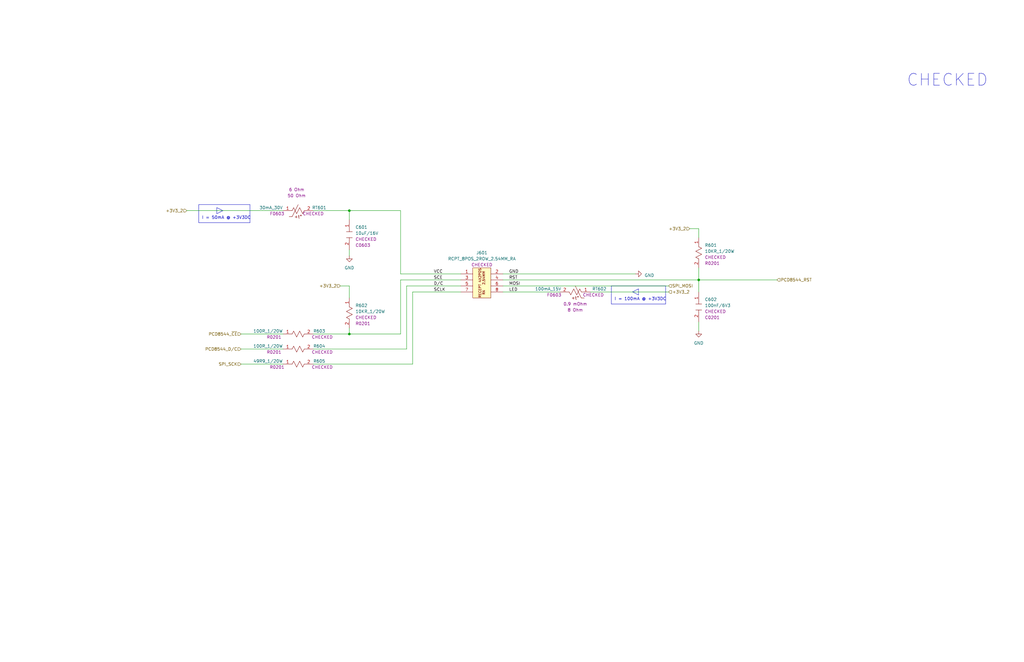
<source format=kicad_sch>
(kicad_sch (version 20230121) (generator eeschema)
  (paper "B")
  (title_block (title "Hot Plate") (date "09/15/2023") (rev "v1.0") (company "Mend0z0") (comment 1 "v1") (comment 3 "Siavash Taher Parvar") (comment 8 "N/A"))
  (lib_symbols
    (symbol "_SCHLIB_HotPlate:CAP_100nF/6V3_C0201"
      (property "Reference" "C" (at 2.54 5.08 0))
      (property "Value" "100nF{slash}6V3" (at 2.54 7.62 0))
      (property "SCH CHECK" "CHECKED" (at 2.54 22.86 0))
      (property "Package" "C0201" (at 2.54 25.4 0))
      (symbol "CAP_100nF/6V3_C0201_0_0"
        (polyline (pts (xy 5.08 1.27) (xy 5.08 -1.27)))
        (polyline (pts (xy 7.62 1.27) (xy 7.62 -1.27)))
      )
      (symbol "CAP_100nF/6V3_C0201_1_1"
        (pin passive line (at 0 0 0) (length 5.08) (name "") (number "1"))
        (pin passive line (at 12.7 0 180) (length 5.08) (name "") (number "2"))
      )
    )
    (symbol "_SCHLIB_HotPlate:CAP_10uF/16V-C0603"
      (property "Reference" "C" (at 2.54 3.81 0))
      (property "Value" "10uF{slash}16V" (at 2.54 6.35 0))
      (property "SCH CHECK" "CHECKED" (at 2.54 21.59 0))
      (property "Package" "C0603" (at 2.54 24.13 0))
      (symbol "CAP_10uF/16V-C0603_0_0"
        (polyline (pts (xy 5.08 1.27) (xy 5.08 -1.27)))
        (polyline (pts (xy 7.62 1.27) (xy 7.62 -1.27)))
      )
      (symbol "CAP_10uF/16V-C0603_1_1"
        (pin passive line (at 0 0 0) (length 5.08) (name "") (number "1"))
        (pin passive line (at 12.7 0 180) (length 5.08) (name "") (number "2"))
      )
    )
    (symbol "_SCHLIB_HotPlate:CONN_RCPT_8POS_2ROW_2.54MM_RA"
      (property "Reference" "J" (at 2.54 2.54 0))
      (property "Value" "RCPT_8POS_2ROW_2.54MM_RA" (at 2.54 5.08 0))
      (property "SCH CHECK" "CHECKED" (at 2.54 20.32 0))
      (symbol "CONN_RCPT_8POS_2ROW_2.54MM_RA_0_1"
        (rectangle (start 0 0) (end 7.62 -12.7) (fill (type background)))
        (text "RECEPT 4X2POS\nRA   2.54MM" (at 3.81 -6.35 900) (effects (font (size 1.016 1.016))))
      )
      (symbol "CONN_RCPT_8POS_2ROW_2.54MM_RA_1_1"
        (pin passive line (at -5.08 -2.54 0) (length 5.08) (name "") (number "1"))
        (pin passive line (at 12.7 -2.54 180) (length 5.08) (name "") (number "2"))
        (pin passive line (at -5.08 -5.08 0) (length 5.08) (name "") (number "3"))
        (pin passive line (at 12.7 -5.08 180) (length 5.08) (name "") (number "4"))
        (pin passive line (at -5.08 -7.62 0) (length 5.08) (name "") (number "5"))
        (pin passive line (at 12.7 -7.62 180) (length 5.08) (name "") (number "6"))
        (pin passive line (at -5.08 -10.16 0) (length 5.08) (name "") (number "7"))
        (pin passive line (at 12.7 -10.16 180) (length 5.08) (name "") (number "8"))
      )
    )
    (symbol "_SCHLIB_HotPlate:PTC_0ZCM0003FF2G_F0603"
      (property "Reference" "RT" (at 2.54 3.81 0))
      (property "Value" "30mA_30V" (at 2.54 6.35 0))
      (property "SCH CHECK" "CHECKED" (at 2.54 21.59 0))
      (property "Init resistance" "6 Ohm" (at 2.54 26.67 0))
      (property "Post trip resistance" "50 Ohm" (at 2.54 29.21 0))
      (property "Package" "F0603" (at 2.54 24.13 0))
      (symbol "PTC_0ZCM0003FF2G_F0603_0_0"
        (polyline (pts (xy 3.81 0) (xy 4.445 1.27) (xy 5.715 -1.27) (xy 6.985 1.27) (xy 8.255 -1.27) (xy 8.89 0)))
      )
      (symbol "PTC_0ZCM0003FF2G_F0603_0_1"
        (polyline (pts (xy 3.81 -2.54) (xy 2.54 -2.54)))
        (polyline (pts (xy 3.81 -2.54) (xy 6.35 2.54)))
        (text "+t°" (at 6.35 -2.54 0) (effects (font (size 1.27 1.27))))
      )
      (symbol "PTC_0ZCM0003FF2G_F0603_1_1"
        (pin passive line (at 0 0 0) (length 3.81) (name "") (number "1"))
        (pin passive line (at 12.7 0 180) (length 3.81) (name "") (number "2"))
      )
    )
    (symbol "_SCHLIB_HotPlate:PTC_0ZCM0010FF2G_F0603"
      (property "Reference" "RT" (at 2.54 3.81 0))
      (property "Value" "100mA_15V" (at 2.54 6.35 0))
      (property "SCH CHECK" "CHECKED" (at 2.54 21.59 0))
      (property "Init resistance" "0.9 mOhm" (at 2.54 26.67 0))
      (property "Post trip resistance" "8 Ohm" (at 2.54 29.21 0))
      (property "Package" "F0603" (at 2.54 24.13 0))
      (symbol "PTC_0ZCM0010FF2G_F0603_0_0"
        (polyline (pts (xy 3.81 0) (xy 4.445 1.27) (xy 5.715 -1.27) (xy 6.985 1.27) (xy 8.255 -1.27) (xy 8.89 0)))
      )
      (symbol "PTC_0ZCM0010FF2G_F0603_0_1"
        (polyline (pts (xy 3.81 -2.54) (xy 2.54 -2.54)))
        (polyline (pts (xy 3.81 -2.54) (xy 6.35 2.54)))
        (text "+t°" (at 6.35 -2.54 0) (effects (font (size 1.27 1.27))))
      )
      (symbol "PTC_0ZCM0010FF2G_F0603_1_1"
        (pin passive line (at 0 0 0) (length 3.81) (name "") (number "1"))
        (pin passive line (at 12.7 0 180) (length 3.81) (name "") (number "2"))
      )
    )
    (symbol "_SCHLIB_HotPlate:RES_100R_1/20W-R0201"
      (property "Reference" "R" (at 2.54 3.81 0))
      (property "Value" "100R_1{slash}20W" (at 2.54 6.35 0))
      (property "SCH CHECK" "CHECKED" (at 2.54 21.59 0))
      (property "Package" "R0201" (at 2.54 24.13 0))
      (symbol "RES_100R_1/20W-R0201_0_0"
        (polyline (pts (xy 3.81 0) (xy 4.445 1.27) (xy 5.715 -1.27) (xy 6.985 1.27) (xy 8.255 -1.27) (xy 8.89 0)))
      )
      (symbol "RES_100R_1/20W-R0201_1_1"
        (pin passive line (at 0 0 0) (length 3.81) (name "") (number "1"))
        (pin passive line (at 12.7 0 180) (length 3.81) (name "") (number "2"))
      )
    )
    (symbol "_SCHLIB_HotPlate:RES_10KR_1/20W-R0201"
      (property "Reference" "R" (at 2.54 5.08 0))
      (property "Value" "10KR_1{slash}20W" (at 2.54 7.62 0))
      (property "SCH CHECK" "CHECKED" (at 2.54 22.86 0))
      (property "Package" "R0201" (at 2.54 25.4 0))
      (symbol "RES_10KR_1/20W-R0201_0_0"
        (polyline (pts (xy 3.81 0) (xy 4.445 1.27) (xy 5.715 -1.27) (xy 6.985 1.27) (xy 8.255 -1.27) (xy 8.89 0)))
      )
      (symbol "RES_10KR_1/20W-R0201_1_1"
        (pin passive line (at 0 0 0) (length 3.81) (name "") (number "1"))
        (pin passive line (at 12.7 0 180) (length 3.81) (name "") (number "2"))
      )
    )
    (symbol "_SCHLIB_HotPlate:RES_49R9_1/20W-R0201"
      (property "Reference" "R" (at 2.54 3.81 0))
      (property "Value" "49R9_1/20W" (at 2.54 6.35 0))
      (property "SCH CHECK" "CHECKED" (at 2.54 21.59 0))
      (property "Package" "R0201" (at 2.54 24.13 0))
      (symbol "RES_49R9_1/20W-R0201_0_0"
        (polyline (pts (xy 3.81 0) (xy 4.445 1.27) (xy 5.715 -1.27) (xy 6.985 1.27) (xy 8.255 -1.27) (xy 8.89 0)))
      )
      (symbol "RES_49R9_1/20W-R0201_1_1"
        (pin passive line (at 0 0 0) (length 3.81) (name "") (number "1"))
        (pin passive line (at 12.7 0 180) (length 3.81) (name "") (number "2"))
      )
    )
    (symbol "power:GND" (power) (pin_names (offset 0))
      (property "Value" "GND" (at 0 -3.81 0))
      (symbol "GND_0_1"
        (polyline (pts (xy 0 0) (xy 0 -1.27) (xy 1.27 -1.27) (xy 0 -2.54) (xy -1.27 -1.27) (xy 0 -1.27)))
      )
      (symbol "GND_1_1"
        (pin power_in line (at 0 0 270) (length 0) hide (name "GND") (number "1"))
      )
    )
  )
  (junction (at 147.32 88.9))
  (junction (at 294.64 118.11))
  (junction (at 147.32 140.97))
  (wire (pts (xy 294.64 96.52) (xy 294.64 100.33)))
  (wire (pts (xy 173.99 123.19) (xy 194.31 123.19)))
  (polyline (pts (xy 91.44 87.63) (xy 93.98 88.9)))
  (wire (pts (xy 168.91 140.97) (xy 168.91 118.11)))
  (wire (pts (xy 147.32 140.97) (xy 168.91 140.97)))
  (wire (pts (xy 147.32 88.9) (xy 168.91 88.9)))
  (wire (pts (xy 101.6 153.67) (xy 119.38 153.67)))
  (polyline (pts (xy 257.81 120.65) (xy 257.81 128.27)))
  (wire (pts (xy 147.32 88.9) (xy 147.32 92.71)))
  (wire (pts (xy 147.32 120.65) (xy 147.32 125.73)))
  (polyline (pts (xy 280.67 128.27) (xy 257.81 128.27)))
  (polyline (pts (xy 83.82 86.36) (xy 105.41 86.36)))
  (wire (pts (xy 132.08 153.67) (xy 173.99 153.67)))
  (wire (pts (xy 147.32 107.95) (xy 147.32 105.41)))
  (polyline (pts (xy 105.41 93.98) (xy 83.82 93.98)))
  (wire (pts (xy 173.99 153.67) (xy 173.99 123.19)))
  (polyline (pts (xy 269.24 121.92) (xy 266.7 123.19)))
  (wire (pts (xy 294.64 118.11) (xy 327.66 118.11)))
  (wire (pts (xy 147.32 140.97) (xy 147.32 138.43)))
  (wire (pts (xy 78.74 88.9) (xy 119.38 88.9)))
  (wire (pts (xy 212.09 115.57) (xy 267.97 115.57)))
  (polyline (pts (xy 280.67 120.65) (xy 280.67 128.27)))
  (wire (pts (xy 294.64 135.89) (xy 294.64 139.7)))
  (wire (pts (xy 143.51 120.65) (xy 147.32 120.65)))
  (wire (pts (xy 290.83 96.52) (xy 294.64 96.52)))
  (wire (pts (xy 171.45 120.65) (xy 194.31 120.65)))
  (wire (pts (xy 168.91 88.9) (xy 168.91 115.57)))
  (wire (pts (xy 294.64 118.11) (xy 294.64 123.19)))
  (wire (pts (xy 248.92 123.19) (xy 281.94 123.19)))
  (wire (pts (xy 132.08 147.32) (xy 171.45 147.32)))
  (wire (pts (xy 212.09 118.11) (xy 294.64 118.11)))
  (polyline (pts (xy 266.7 123.19) (xy 269.24 124.46)))
  (wire (pts (xy 132.08 140.97) (xy 147.32 140.97)))
  (wire (pts (xy 294.64 113.03) (xy 294.64 118.11)))
  (polyline (pts (xy 257.81 120.65) (xy 280.67 120.65)))
  (wire (pts (xy 132.08 88.9) (xy 147.32 88.9)))
  (wire (pts (xy 168.91 115.57) (xy 194.31 115.57)))
  (wire (pts (xy 101.6 140.97) (xy 119.38 140.97)))
  (wire (pts (xy 168.91 118.11) (xy 194.31 118.11)))
  (wire (pts (xy 212.09 123.19) (xy 236.22 123.19)))
  (polyline (pts (xy 269.24 121.92) (xy 269.24 124.46)))
  (wire (pts (xy 101.6 147.32) (xy 119.38 147.32)))
  (wire (pts (xy 171.45 147.32) (xy 171.45 120.65)))
  (polyline (pts (xy 105.41 86.36) (xy 105.41 93.98)))
  (polyline (pts (xy 83.82 86.36) (xy 83.82 93.98)))
  (wire (pts (xy 212.09 120.65) (xy 281.94 120.65)))
  (polyline (pts (xy 91.44 87.63) (xy 91.44 90.17)))
  (polyline (pts (xy 93.98 88.9) (xy 91.44 90.17)))
  (text "CHECKED" (at 382.27 36.83 0) (effects (font (size 5 5)) (justify left bottom)))
  (text "I = 100mA @ +3V3DC" (at 259.08 127 0) (effects (font (size 1.27 1.27)) (justify left bottom)))
  (text "I = 50mA @ +3V3DC" (at 85.09 92.71 0) (effects (font (size 1.27 1.27)) (justify left bottom)))
  (label "VCC" (at 182.88 115.57 0))
  (label "D{slash}C" (at 182.88 120.65 0))
  (label "GND" (at 214.63 115.57 0))
  (label "SCLK" (at 182.88 123.19 0))
  (label "RST" (at 214.63 118.11 0))
  (label "SCE" (at 182.88 118.11 0))
  (label "LED" (at 214.63 123.19 0))
  (label "MOSI" (at 214.63 120.65 0))
  (hierarchical_label "PCD8544_~{CE}" (shape input) (at 101.6 140.97 180))
  (hierarchical_label "+3V3_2" (shape input) (at 143.51 120.65 180))
  (hierarchical_label "PCD8544_RST" (shape input) (at 327.66 118.11 0))
  (hierarchical_label "SPI_MOSI" (shape input) (at 281.94 120.65 0))
  (hierarchical_label "+3V3_2" (shape input) (at 78.74 88.9 180))
  (hierarchical_label "PCD8544_D{slash}C" (shape input) (at 101.6 147.32 180))
  (hierarchical_label "+3V3_2" (shape input) (at 290.83 96.52 180))
  (hierarchical_label "+3V3_2" (shape input) (at 281.94 123.19 0))
  (hierarchical_label "SPI_SCK" (shape input) (at 101.6 153.67 180))
  (symbol (lib_id "power:GND") (at 147.32 107.95 0) (unit 1)
    (property "Reference" "#PWR0601" (effects hide))
    (property "Value" "GND" (at 147.32 113.03 0))
  )
  (symbol (lib_id "_SCHLIB_HotPlate:CONN_RCPT_8POS_2ROW_2.54MM_RA") (at 199.39 113.03 0) (unit 1)
    (property "Reference" "J601" (at 203.2 106.68 0))
    (property "Value" "RCPT_8POS_2ROW_2.54MM_RA" (at 203.2 109.22 0))
    (property "Footprint" "Connector_PinSocket_2.54mm:PinSocket_2x04_P2.54mm_Horizontal" (effects hide))
    (property "Datasheet" "https://media.digikey.com/pdf/Data%20Sheets/Sullins%20PDFs/Female_Headers.100_DS.pdf" (effects hide))
    (property "Description" "8 Position Header Connector 0.100\" (2.54mm) Through Hole, Right Angle Tin" (effects hide))
    (property "Part Number" "PPTC042LJBN-RC" (effects hide))
    (property "Link" "https://www.digikey.ca/en/products/detail/sullins-connector-solutions/PPTC042LJBN-RC/775976" (effects hide))
    (property "SCH CHECK" "CHECKED" (at 203.2 111.76 0))
  )
  (symbol (lib_id "_SCHLIB_HotPlate:RES_100R_1/20W-R0201") (at 119.38 147.32 0) (unit 1)
    (property "Reference" "R604" (at 134.62 146.05 0))
    (property "Value" "100R_1/20W" (at 113.03 146.05 0))
    (property "Footprint" "Resistor_SMD:R_0201_0603Metric" (effects hide))
    (property "Datasheet" "https://www.seielect.com/Catalog/SEI-RMCF_RMCP.pdf" (effects hide))
    (property "Description" "100 Ohms ±1% 0.05W, 1/20W Chip Resistor 0201 (0603 Metric) Thick Film" (effects hide))
    (property "Part Number" "RMCF0201FT100R" (effects hide))
    (property "Link" "https://www.digikey.ca/en/products/detail/stackpole-electronics-inc/RMCF0201FT100R/1714988" (effects hide))
    (property "SCH CHECK" "CHECKED" (at 135.89 148.59 0))
    (property "Package" "R0201" (at 115.57 148.59 0))
  )
  (symbol (lib_id "_SCHLIB_HotPlate:PTC_0ZCM0010FF2G_F0603") (at 248.92 123.19 0) (mirror y) (unit 1)
    (property "Reference" "RT602" (at 252.73 121.92 0))
    (property "Value" "100mA_15V" (at 231.14 121.92 0))
    (property "Footprint" "Fuse:Fuse_0603_1608Metric" (effects hide))
    (property "Datasheet" "https://www.belfuse.com/resources/datasheets/circuitprotection/ds-cp-0zcm-series.pdf" (effects hide))
    (property "Description" "Polymeric PTC Resettable Fuse 15V 100 mA Ih Surface Mount 0603 (1608 Metric), Concave" (effects hide))
    (property "Part Number" "0ZCM0010FF2G" (effects hide))
    (property "Link" "https://www.digikey.ca/en/products/detail/bel-fuse-inc/0ZCM0010FF2G/4156146" (effects hide))
    (property "SCH CHECK" "CHECKED" (at 250.19 124.46 0))
    (property "Init resistance" "0.9 mOhm" (at 242.57 128.27 0))
    (property "Post trip resistance" "8 Ohm" (at 242.57 130.81 0))
    (property "Package" "F0603" (at 233.68 124.46 0))
  )
  (symbol (lib_id "_SCHLIB_HotPlate:RES_100R_1/20W-R0201") (at 119.38 140.97 0) (unit 1)
    (property "Reference" "R603" (at 134.62 139.7 0))
    (property "Value" "100R_1/20W" (at 113.03 139.7 0))
    (property "Footprint" "Resistor_SMD:R_0201_0603Metric" (effects hide))
    (property "Datasheet" "https://www.seielect.com/Catalog/SEI-RMCF_RMCP.pdf" (effects hide))
    (property "Description" "100 Ohms ±1% 0.05W, 1/20W Chip Resistor 0201 (0603 Metric) Thick Film" (effects hide))
    (property "Part Number" "RMCF0201FT100R" (effects hide))
    (property "Link" "https://www.digikey.ca/en/products/detail/stackpole-electronics-inc/RMCF0201FT100R/1714988" (effects hide))
    (property "SCH CHECK" "CHECKED" (at 135.89 142.24 0))
    (property "Package" "R0201" (at 115.57 142.24 0))
  )
  (symbol (lib_id "_SCHLIB_HotPlate:CAP_10uF/16V-C0603") (at 147.32 92.71 270) (unit 1)
    (property "Reference" "C601" (at 149.86 95.885 90) (effects (justify left)))
    (property "Value" "10uF/16V" (at 149.86 98.425 90) (effects (justify left)))
    (property "Footprint" "Capacitor_SMD:C_0603_1608Metric" (effects hide))
    (property "Datasheet" "https://search.murata.co.jp/Ceramy/image/img/A01X/G101/ENG/GRT188R61C106KE13-01.pdf" (effects hide))
    (property "Description" "10 µF ±10% 16V Ceramic Capacitor X5R 0603 (1608 Metric)" (effects hide))
    (property "Part Number" "GRT188R61C106KE13J" (effects hide))
    (property "Link" "https://www.digikey.ca/en/products/detail/murata-electronics/GRT188R61C106KE13J/13904802" (effects hide))
    (property "SCH CHECK" "CHECKED" (at 149.86 100.965 90) (effects (justify left)))
    (property "Package" "C0603" (at 149.86 103.505 90) (effects (justify left)))
  )
  (symbol (lib_id "_SCHLIB_HotPlate:RES_10KR_1/20W-R0201") (at 147.32 125.73 270) (unit 1)
    (property "Reference" "R602" (at 149.86 128.905 90) (effects (justify left)))
    (property "Value" "10KR_1/20W" (at 149.86 131.445 90) (effects (justify left)))
    (property "Footprint" "Resistor_SMD:R_0201_0603Metric" (effects hide))
    (property "Datasheet" "https://www.seielect.com/Catalog/SEI-RMCF_RMCP.pdf" (effects hide))
    (property "Description" "10 kOhms ±1% 0.05W, 1/20W Chip Resistor 0201 (0603 Metric) Thick Film" (effects hide))
    (property "Part Number" "RMCF0201FT10K0" (effects hide))
    (property "Link" "https://www.digikey.ca/en/products/detail/stackpole-electronics-inc/RMCF0201FT10K0/1714990" (effects hide))
    (property "SCH CHECK" "CHECKED" (at 149.86 133.985 90) (effects (justify left)))
    (property "Package" "R0201" (at 149.86 136.525 90) (effects (justify left)))
  )
  (symbol (lib_id "power:GND") (at 294.64 139.7 0) (unit 1)
    (property "Reference" "#PWR0603" (effects hide))
    (property "Value" "GND" (at 294.64 144.78 0))
  )
  (symbol (lib_id "_SCHLIB_HotPlate:CAP_100nF/6V3_C0201") (at 294.64 123.19 270) (unit 1)
    (property "Reference" "C602" (at 297.18 126.365 90) (effects (justify left)))
    (property "Value" "100nF/6V3" (at 297.18 128.905 90) (effects (justify left)))
    (property "Footprint" "Capacitor_SMD:C_0201_0603Metric" (effects hide))
    (property "Datasheet" "https://www.yageo.com/upload/media/product/productsearch/datasheet/mlcc/UPY-GPHC_X7R_6.3V-to-250V_22.pdf" (effects hide))
    (property "Description" "0.1 µF ±10% 6.3V Ceramic Capacitor X7R 0201 (0603 Metric)" (effects hide))
    (property "Part Number" "CC0201KRX7R5BB104" (effects hide))
    (property "Link" "https://www.digikey.ca/en/products/detail/yageo/CC0201KRX7R5BB104/12698853" (effects hide))
    (property "SCH CHECK" "CHECKED" (at 297.18 131.445 90) (effects (justify left)))
    (property "Package" "C0201" (at 297.18 133.985 90) (effects (justify left)))
  )
  (symbol (lib_id "_SCHLIB_HotPlate:PTC_0ZCM0003FF2G_F0603") (at 119.38 88.9 0) (unit 1)
    (property "Reference" "RT601" (at 134.62 87.63 0))
    (property "Value" "30mA_30V" (at 114.3 87.63 0))
    (property "Footprint" "Fuse:Fuse_0603_1608Metric" (effects hide))
    (property "Datasheet" "https://www.belfuse.com/resources/datasheets/circuitprotection/ds-cp-0zcm-series.pdf" (effects hide))
    (property "Description" "Polymeric PTC Resettable Fuse 30V 30 mA Ih Surface Mount 0603 (1608 Metric), Concave" (effects hide))
    (property "Part Number" "0ZCM0003FF2G" (effects hide))
    (property "Link" "https://www.digikey.ca/en/products/detail/bel-fuse-inc/0ZCM0003FF2G/10270531" (effects hide))
    (property "SCH CHECK" "CHECKED" (at 132.08 90.17 0))
    (property "Init resistance" "6 Ohm" (at 125.095 80.01 0))
    (property "Post trip resistance" "50 Ohm" (at 125.095 82.55 0))
    (property "Package" "F0603" (at 116.84 90.17 0))
  )
  (symbol (lib_id "_SCHLIB_HotPlate:RES_10KR_1/20W-R0201") (at 294.64 100.33 270) (unit 1)
    (property "Reference" "R601" (at 297.18 103.505 90) (effects (justify left)))
    (property "Value" "10KR_1/20W" (at 297.18 106.045 90) (effects (justify left)))
    (property "Footprint" "Resistor_SMD:R_0201_0603Metric" (effects hide))
    (property "Datasheet" "https://www.seielect.com/Catalog/SEI-RMCF_RMCP.pdf" (effects hide))
    (property "Description" "10 kOhms ±1% 0.05W, 1/20W Chip Resistor 0201 (0603 Metric) Thick Film" (effects hide))
    (property "Part Number" "RMCF0201FT10K0" (effects hide))
    (property "Link" "https://www.digikey.ca/en/products/detail/stackpole-electronics-inc/RMCF0201FT10K0/1714990" (effects hide))
    (property "SCH CHECK" "CHECKED" (at 297.18 108.585 90) (effects (justify left)))
    (property "Package" "R0201" (at 297.18 111.125 90) (effects (justify left)))
  )
  (symbol (lib_id "power:GND") (at 267.97 115.57 90) (unit 1)
    (property "Reference" "#PWR0602" (effects hide))
    (property "Value" "GND" (at 271.78 116.205 90) (effects (justify right)))
  )
  (symbol (lib_id "_SCHLIB_HotPlate:RES_49R9_1/20W-R0201") (at 119.38 153.67 0) (unit 1)
    (property "Reference" "R605" (at 134.62 152.4 0))
    (property "Value" "49R9_1/20W" (at 113.03 152.4 0))
    (property "Footprint" "Resistor_SMD:R_0201_0603Metric" (effects hide))
    (property "Datasheet" "https://www.seielect.com/Catalog/SEI-RMCF_RMCP.pdf" (effects hide))
    (property "Description" "49.9 Ohms ±1% 0.05W, 1/20W Chip Resistor 0201 (0603 Metric) Thick Film" (effects hide))
    (property "Part Number" "RMCF0201FT49R9" (effects hide))
    (property "Link" "https://www.digikey.ca/en/products/detail/stackpole-electronics-inc/RMCF0201FT49R9/1715030" (effects hide))
    (property "SCH CHECK" "CHECKED" (at 135.89 154.94 0))
    (property "Package" "R0201" (at 116.84 154.94 0))
  )
)
</source>
